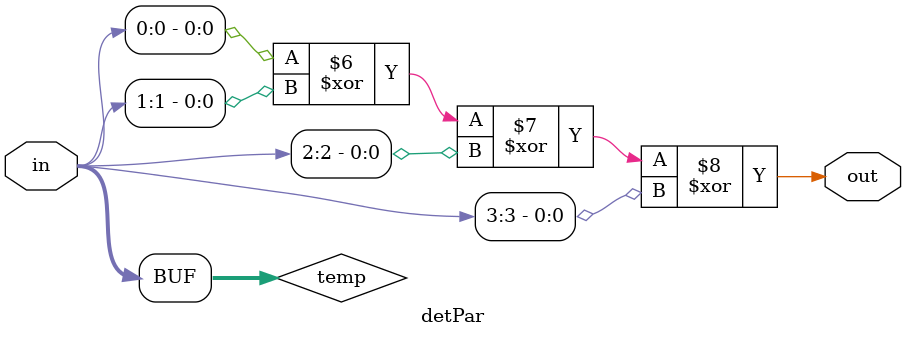
<source format=sv>
module detPar #(parameter int unsigned N = 4)
        (input logic [N-1:0] in,
        output logic out);
    logic [N-1:0] temp;
    always_comb begin
        temp = in;
        out = 0;
        for (int i = 0; i < N; i = i + 1) begin
            out = out ^ temp[i];
        end
    end

endmodule

</source>
